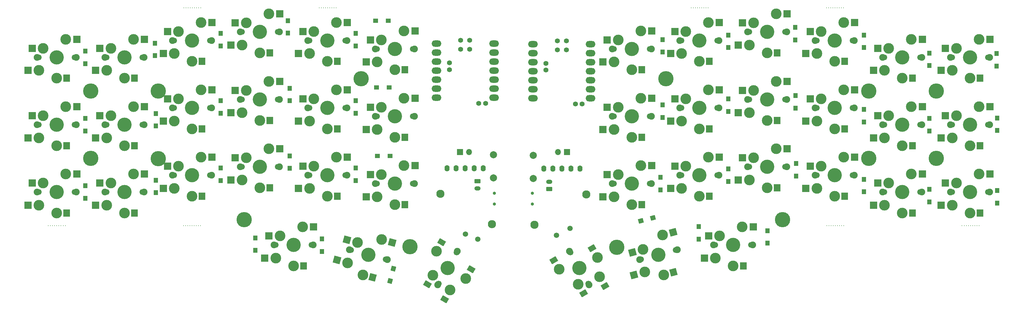
<source format=gbs>
G04 #@! TF.GenerationSoftware,KiCad,Pcbnew,(7.0.0-0)*
G04 #@! TF.CreationDate,2023-03-11T20:23:52-05:00*
G04 #@! TF.ProjectId,corne-ultralight,636f726e-652d-4756-9c74-72616c696768,2.0*
G04 #@! TF.SameCoordinates,Original*
G04 #@! TF.FileFunction,Soldermask,Bot*
G04 #@! TF.FilePolarity,Negative*
%FSLAX46Y46*%
G04 Gerber Fmt 4.6, Leading zero omitted, Abs format (unit mm)*
G04 Created by KiCad (PCBNEW (7.0.0-0)) date 2023-03-11 20:23:52*
%MOMM*%
%LPD*%
G01*
G04 APERTURE LIST*
G04 Aperture macros list*
%AMRoundRect*
0 Rectangle with rounded corners*
0 $1 Rounding radius*
0 $2 $3 $4 $5 $6 $7 $8 $9 X,Y pos of 4 corners*
0 Add a 4 corners polygon primitive as box body*
4,1,4,$2,$3,$4,$5,$6,$7,$8,$9,$2,$3,0*
0 Add four circle primitives for the rounded corners*
1,1,$1+$1,$2,$3*
1,1,$1+$1,$4,$5*
1,1,$1+$1,$6,$7*
1,1,$1+$1,$8,$9*
0 Add four rect primitives between the rounded corners*
20,1,$1+$1,$2,$3,$4,$5,0*
20,1,$1+$1,$4,$5,$6,$7,0*
20,1,$1+$1,$6,$7,$8,$9,0*
20,1,$1+$1,$8,$9,$2,$3,0*%
%AMRotRect*
0 Rectangle, with rotation*
0 The origin of the aperture is its center*
0 $1 length*
0 $2 width*
0 $3 Rotation angle, in degrees counterclockwise*
0 Add horizontal line*
21,1,$1,$2,0,0,$3*%
G04 Aperture macros list end*
%ADD10C,2.000000*%
%ADD11C,1.900000*%
%ADD12C,1.700000*%
%ADD13C,3.000000*%
%ADD14C,4.000000*%
%ADD15R,1.900000X2.000000*%
%ADD16R,2.000000X2.000000*%
%ADD17RotRect,1.900000X2.000000X195.000000*%
%ADD18RotRect,2.000000X2.000000X195.000000*%
%ADD19C,0.100000*%
%ADD20RotRect,1.500000X2.000000X240.000000*%
%ADD21RotRect,1.900000X2.000000X165.000000*%
%ADD22RotRect,2.000000X2.000000X165.000000*%
%ADD23C,2.300000*%
%ADD24RotRect,1.500000X2.000000X300.000000*%
%ADD25O,1.397000X1.778000*%
%ADD26C,0.300000*%
%ADD27C,0.900000*%
%ADD28O,2.750000X1.800000*%
%ADD29C,1.397000*%
%ADD30RoundRect,0.250000X0.625000X-0.350000X0.625000X0.350000X-0.625000X0.350000X-0.625000X-0.350000X0*%
%ADD31O,1.750000X1.200000*%
%ADD32R,1.700000X1.700000*%
%ADD33O,1.700000X1.700000*%
%ADD34RoundRect,0.250000X-0.625000X0.350000X-0.625000X-0.350000X0.625000X-0.350000X0.625000X0.350000X0*%
%ADD35R,1.300000X1.400000*%
%ADD36RotRect,1.400000X1.300000X15.000000*%
%ADD37RotRect,1.400000X1.300000X255.000000*%
%ADD38R,1.400000X1.300000*%
%ADD39C,4.300000*%
%ADD40C,1.500000*%
G04 APERTURE END LIST*
D10*
X156012500Y-80067432D03*
X156012500Y-73567432D03*
D11*
X273184847Y-45920432D03*
D12*
X273604847Y-45920432D03*
D13*
X273684847Y-49620432D03*
X274874847Y-43380432D03*
D14*
X278684847Y-45920432D03*
D13*
X278684847Y-51820432D03*
X281224847Y-40840432D03*
D12*
X283764847Y-45920432D03*
D11*
X284184847Y-45920432D03*
D15*
X281484846Y-51820431D03*
D16*
X284284846Y-40840431D03*
X270584846Y-49620431D03*
X271784846Y-43380431D03*
D11*
X254184847Y-45920432D03*
D12*
X254604847Y-45920432D03*
D13*
X254684847Y-49620432D03*
X255874847Y-43380432D03*
D14*
X259684847Y-45920432D03*
D13*
X259684847Y-51820432D03*
X262224847Y-40840432D03*
D12*
X264764847Y-45920432D03*
D11*
X265184847Y-45920432D03*
D15*
X262484846Y-51820431D03*
D16*
X265284846Y-40840431D03*
X251584846Y-49620431D03*
X252784846Y-43380431D03*
D11*
X235184847Y-41170432D03*
D12*
X235604847Y-41170432D03*
D13*
X235684847Y-44870432D03*
X236874847Y-38630432D03*
D14*
X240684847Y-41170432D03*
D13*
X240684847Y-47070432D03*
X243224847Y-36090432D03*
D12*
X245764847Y-41170432D03*
D11*
X246184847Y-41170432D03*
D15*
X243484846Y-47070431D03*
D16*
X246284846Y-36090431D03*
X232584846Y-44870431D03*
X233784846Y-38630431D03*
D11*
X216184847Y-38795432D03*
D12*
X216604847Y-38795432D03*
D13*
X216684847Y-42495432D03*
X217874847Y-36255432D03*
D14*
X221684847Y-38795432D03*
D13*
X221684847Y-44695432D03*
X224224847Y-33715432D03*
D12*
X226764847Y-38795432D03*
D11*
X227184847Y-38795432D03*
D15*
X224484846Y-44695431D03*
D16*
X227284846Y-33715431D03*
X213584846Y-42495431D03*
X214784846Y-36255431D03*
D11*
X197184847Y-41170432D03*
D12*
X197604847Y-41170432D03*
D13*
X197684847Y-44870432D03*
X198874847Y-38630432D03*
D14*
X202684847Y-41170432D03*
D13*
X202684847Y-47070432D03*
X205224847Y-36090432D03*
D12*
X207764847Y-41170432D03*
D11*
X208184847Y-41170432D03*
D15*
X205484846Y-47070431D03*
D16*
X208284846Y-36090431D03*
X194584846Y-44870431D03*
X195784846Y-38630431D03*
D11*
X178184847Y-43545432D03*
D12*
X178604847Y-43545432D03*
D13*
X178684847Y-47245432D03*
X179874847Y-41005432D03*
D14*
X183684847Y-43545432D03*
D13*
X183684847Y-49445432D03*
X186224847Y-38465432D03*
D12*
X188764847Y-43545432D03*
D11*
X189184847Y-43545432D03*
D15*
X186484846Y-49445431D03*
D16*
X189284846Y-38465431D03*
X175584846Y-47245431D03*
X176784846Y-41005431D03*
D11*
X273184847Y-64920432D03*
D12*
X273604847Y-64920432D03*
D13*
X273684847Y-68620432D03*
X274874847Y-62380432D03*
D14*
X278684847Y-64920432D03*
D13*
X278684847Y-70820432D03*
X281224847Y-59840432D03*
D12*
X283764847Y-64920432D03*
D11*
X284184847Y-64920432D03*
D15*
X281484846Y-70820431D03*
D16*
X284284846Y-59840431D03*
X270584846Y-68620431D03*
X271784846Y-62380431D03*
D11*
X254184847Y-64920432D03*
D12*
X254604847Y-64920432D03*
D13*
X254684847Y-68620432D03*
X255874847Y-62380432D03*
D14*
X259684847Y-64920432D03*
D13*
X259684847Y-70820432D03*
X262224847Y-59840432D03*
D12*
X264764847Y-64920432D03*
D11*
X265184847Y-64920432D03*
D15*
X262484846Y-70820431D03*
D16*
X265284846Y-59840431D03*
X251584846Y-68620431D03*
X252784846Y-62380431D03*
D11*
X235184847Y-60170432D03*
D12*
X235604847Y-60170432D03*
D13*
X235684847Y-63870432D03*
X236874847Y-57630432D03*
D14*
X240684847Y-60170432D03*
D13*
X240684847Y-66070432D03*
X243224847Y-55090432D03*
D12*
X245764847Y-60170432D03*
D11*
X246184847Y-60170432D03*
D15*
X243484846Y-66070431D03*
D16*
X246284846Y-55090431D03*
X232584846Y-63870431D03*
X233784846Y-57630431D03*
D11*
X216184847Y-57795432D03*
D12*
X216604847Y-57795432D03*
D13*
X216684847Y-61495432D03*
X217874847Y-55255432D03*
D14*
X221684847Y-57795432D03*
D13*
X221684847Y-63695432D03*
X224224847Y-52715432D03*
D12*
X226764847Y-57795432D03*
D11*
X227184847Y-57795432D03*
D15*
X224484846Y-63695431D03*
D16*
X227284846Y-52715431D03*
X213584846Y-61495431D03*
X214784846Y-55255431D03*
D11*
X197184847Y-60170432D03*
D12*
X197604847Y-60170432D03*
D13*
X197684847Y-63870432D03*
X198874847Y-57630432D03*
D14*
X202684847Y-60170432D03*
D13*
X202684847Y-66070432D03*
X205224847Y-55090432D03*
D12*
X207764847Y-60170432D03*
D11*
X208184847Y-60170432D03*
D15*
X205484846Y-66070431D03*
D16*
X208284846Y-55090431D03*
X194584846Y-63870431D03*
X195784846Y-57630431D03*
D11*
X178184847Y-62545432D03*
D12*
X178604847Y-62545432D03*
D13*
X178684847Y-66245432D03*
X179874847Y-60005432D03*
D14*
X183684847Y-62545432D03*
D13*
X183684847Y-68445432D03*
X186224847Y-57465432D03*
D12*
X188764847Y-62545432D03*
D11*
X189184847Y-62545432D03*
D15*
X186484846Y-68445431D03*
D16*
X189284846Y-57465431D03*
X175584846Y-66245431D03*
X176784846Y-60005431D03*
D11*
X273184847Y-83920432D03*
D12*
X273604847Y-83920432D03*
D13*
X273684847Y-87620432D03*
X274874847Y-81380432D03*
D14*
X278684847Y-83920432D03*
D13*
X278684847Y-89820432D03*
X281224847Y-78840432D03*
D12*
X283764847Y-83920432D03*
D11*
X284184847Y-83920432D03*
D15*
X281484846Y-89820431D03*
D16*
X284284846Y-78840431D03*
X270584846Y-87620431D03*
X271784846Y-81380431D03*
D11*
X254184847Y-83920432D03*
D12*
X254604847Y-83920432D03*
D13*
X254684847Y-87620432D03*
X255874847Y-81380432D03*
D14*
X259684847Y-83920432D03*
D13*
X259684847Y-89820432D03*
X262224847Y-78840432D03*
D12*
X264764847Y-83920432D03*
D11*
X265184847Y-83920432D03*
D15*
X262484846Y-89820431D03*
D16*
X265284846Y-78840431D03*
X251584846Y-87620431D03*
X252784846Y-81380431D03*
D11*
X235184847Y-79170432D03*
D12*
X235604847Y-79170432D03*
D13*
X235684847Y-82870432D03*
X236874847Y-76630432D03*
D14*
X240684847Y-79170432D03*
D13*
X240684847Y-85070432D03*
X243224847Y-74090432D03*
D12*
X245764847Y-79170432D03*
D11*
X246184847Y-79170432D03*
D15*
X243484846Y-85070431D03*
D16*
X246284846Y-74090431D03*
X232584846Y-82870431D03*
X233784846Y-76630431D03*
D11*
X216184847Y-76795432D03*
D12*
X216604847Y-76795432D03*
D13*
X216684847Y-80495432D03*
X217874847Y-74255432D03*
D14*
X221684847Y-76795432D03*
D13*
X221684847Y-82695432D03*
X224224847Y-71715432D03*
D12*
X226764847Y-76795432D03*
D11*
X227184847Y-76795432D03*
D15*
X224484846Y-82695431D03*
D16*
X227284846Y-71715431D03*
X213584846Y-80495431D03*
X214784846Y-74255431D03*
D11*
X197184847Y-79170432D03*
D12*
X197604847Y-79170432D03*
D13*
X197684847Y-82870432D03*
X198874847Y-76630432D03*
D14*
X202684847Y-79170432D03*
D13*
X202684847Y-85070432D03*
X205224847Y-74090432D03*
D12*
X207764847Y-79170432D03*
D11*
X208184847Y-79170432D03*
D15*
X205484846Y-85070431D03*
D16*
X208284846Y-74090431D03*
X194584846Y-82870431D03*
X195784846Y-76630431D03*
D11*
X206684847Y-98795432D03*
D12*
X207104847Y-98795432D03*
D13*
X207184847Y-102495432D03*
X208374847Y-96255432D03*
D14*
X212184847Y-98795432D03*
D13*
X212184847Y-104695432D03*
X214724847Y-93715432D03*
D12*
X217264847Y-98795432D03*
D11*
X217684847Y-98795432D03*
D15*
X214984846Y-104695431D03*
D16*
X217784846Y-93715431D03*
X204084846Y-102495431D03*
X205284846Y-96255431D03*
D11*
X185872255Y-102968937D03*
D12*
X186277944Y-102860233D03*
D13*
X187312848Y-106413453D03*
X186847269Y-100078081D03*
D14*
X191184847Y-101545432D03*
D13*
X192711879Y-107244394D03*
X192323498Y-95981128D03*
D12*
X196091750Y-100230631D03*
D11*
X196497439Y-100121927D03*
D17*
X195416471Y-106519700D03*
D18*
X195279230Y-95189141D03*
X184318477Y-107215791D03*
X183862557Y-100877831D03*
D11*
X178184847Y-81545432D03*
D12*
X178604847Y-81545432D03*
D13*
X178684847Y-85245432D03*
X179874847Y-79005432D03*
D14*
X183684847Y-81545432D03*
D13*
X183684847Y-87445432D03*
X186224847Y-76465432D03*
D12*
X188764847Y-81545432D03*
D11*
X189184847Y-81545432D03*
D15*
X186484846Y-87445431D03*
D16*
X189284846Y-76465431D03*
X175584846Y-85245431D03*
X176784846Y-79005431D03*
D11*
X111687500Y-43545000D03*
D12*
X112107500Y-43545000D03*
D13*
X112187500Y-47245000D03*
X113377500Y-41005000D03*
D14*
X117187500Y-43545000D03*
D13*
X117187500Y-49445000D03*
X119727500Y-38465000D03*
D12*
X122267500Y-43545000D03*
D11*
X122687500Y-43545000D03*
D15*
X119987499Y-49444999D03*
D16*
X122787499Y-38464999D03*
X109087499Y-47244999D03*
X110287499Y-41004999D03*
D11*
X92687500Y-41170000D03*
D12*
X93107500Y-41170000D03*
D13*
X93187500Y-44870000D03*
X94377500Y-38630000D03*
D14*
X98187500Y-41170000D03*
D13*
X98187500Y-47070000D03*
X100727500Y-36090000D03*
D12*
X103267500Y-41170000D03*
D11*
X103687500Y-41170000D03*
D15*
X100987499Y-47069999D03*
D16*
X103787499Y-36089999D03*
X90087499Y-44869999D03*
X91287499Y-38629999D03*
D11*
X73687500Y-38795000D03*
D12*
X74107500Y-38795000D03*
D13*
X74187500Y-42495000D03*
X75377500Y-36255000D03*
D14*
X79187500Y-38795000D03*
D13*
X79187500Y-44695000D03*
X81727500Y-33715000D03*
D12*
X84267500Y-38795000D03*
D11*
X84687500Y-38795000D03*
D15*
X81987499Y-44694999D03*
D16*
X84787499Y-33714999D03*
X71087499Y-42494999D03*
X72287499Y-36254999D03*
D11*
X54687500Y-41170000D03*
D12*
X55107500Y-41170000D03*
D13*
X55187500Y-44870000D03*
X56377500Y-38630000D03*
D14*
X60187500Y-41170000D03*
D13*
X60187500Y-47070000D03*
X62727500Y-36090000D03*
D12*
X65267500Y-41170000D03*
D11*
X65687500Y-41170000D03*
D15*
X62987499Y-47069999D03*
D16*
X65787499Y-36089999D03*
X52087499Y-44869999D03*
X53287499Y-38629999D03*
D11*
X35687500Y-45920000D03*
D12*
X36107500Y-45920000D03*
D13*
X36187500Y-49620000D03*
X37377500Y-43380000D03*
D14*
X41187500Y-45920000D03*
D13*
X41187500Y-51820000D03*
X43727500Y-40840000D03*
D12*
X46267500Y-45920000D03*
D11*
X46687500Y-45920000D03*
D15*
X43987499Y-51819999D03*
D16*
X46787499Y-40839999D03*
X33087499Y-49619999D03*
X34287499Y-43379999D03*
D11*
X111687500Y-81545000D03*
D12*
X112107500Y-81545000D03*
D13*
X112187500Y-85245000D03*
X113377500Y-79005000D03*
D14*
X117187500Y-81545000D03*
D13*
X117187500Y-87445000D03*
X119727500Y-76465000D03*
D12*
X122267500Y-81545000D03*
D11*
X122687500Y-81545000D03*
D15*
X119987499Y-87444999D03*
D16*
X122787499Y-76464999D03*
X109087499Y-85244999D03*
X110287499Y-79004999D03*
D13*
X128808091Y-100555295D03*
D19*
X127790654Y-107317547D03*
D13*
X127832795Y-107324557D03*
D11*
X134687500Y-100531860D03*
D12*
X134477500Y-100895591D03*
D14*
X131937500Y-105295000D03*
D12*
X129397500Y-109694409D03*
D11*
X129187500Y-110058140D03*
D13*
X132641794Y-111475127D03*
X137047050Y-108245000D03*
D20*
X130288090Y-97991859D03*
X138547049Y-105646923D03*
X126337794Y-109913972D03*
X131141793Y-114073202D03*
D11*
X16687500Y-83920000D03*
D12*
X17107500Y-83920000D03*
D13*
X17187500Y-87620000D03*
X18377500Y-81380000D03*
D14*
X22187500Y-83920000D03*
D13*
X22187500Y-89820000D03*
X24727500Y-78840000D03*
D12*
X27267500Y-83920000D03*
D11*
X27687500Y-83920000D03*
D15*
X24987499Y-89819999D03*
D16*
X27787499Y-78839999D03*
X14087499Y-87619999D03*
X15287499Y-81379999D03*
D11*
X104374908Y-100121495D03*
D12*
X104780597Y-100230199D03*
D13*
X103900240Y-103824830D03*
X106664723Y-98105448D03*
D14*
X109687500Y-101545000D03*
D13*
X108160468Y-107243962D03*
X113455752Y-97295497D03*
D12*
X114594403Y-102859801D03*
D11*
X115000092Y-102968505D03*
D21*
X110865059Y-107968655D03*
D22*
X116411484Y-98087482D03*
X100905869Y-103022490D03*
X103680011Y-97305696D03*
D11*
X83187500Y-98795000D03*
D12*
X83607500Y-98795000D03*
D13*
X83687500Y-102495000D03*
X84877500Y-96255000D03*
D14*
X88687500Y-98795000D03*
D13*
X88687500Y-104695000D03*
X91227500Y-93715000D03*
D12*
X93767500Y-98795000D03*
D11*
X94187500Y-98795000D03*
D15*
X91487499Y-104694999D03*
D16*
X94287499Y-93714999D03*
X80587499Y-102494999D03*
X81787499Y-96254999D03*
D11*
X92687500Y-79170000D03*
D12*
X93107500Y-79170000D03*
D13*
X93187500Y-82870000D03*
X94377500Y-76630000D03*
D14*
X98187500Y-79170000D03*
D13*
X98187500Y-85070000D03*
X100727500Y-74090000D03*
D12*
X103267500Y-79170000D03*
D11*
X103687500Y-79170000D03*
D15*
X100987499Y-85069999D03*
D16*
X103787499Y-74089999D03*
X90087499Y-82869999D03*
X91287499Y-76629999D03*
D11*
X73687500Y-76795000D03*
D12*
X74107500Y-76795000D03*
D13*
X74187500Y-80495000D03*
X75377500Y-74255000D03*
D14*
X79187500Y-76795000D03*
D13*
X79187500Y-82695000D03*
X81727500Y-71715000D03*
D12*
X84267500Y-76795000D03*
D11*
X84687500Y-76795000D03*
D15*
X81987499Y-82694999D03*
D16*
X84787499Y-71714999D03*
X71087499Y-80494999D03*
X72287499Y-74254999D03*
D11*
X54687500Y-79170000D03*
D12*
X55107500Y-79170000D03*
D13*
X55187500Y-82870000D03*
X56377500Y-76630000D03*
D14*
X60187500Y-79170000D03*
D13*
X60187500Y-85070000D03*
X62727500Y-74090000D03*
D12*
X65267500Y-79170000D03*
D11*
X65687500Y-79170000D03*
D15*
X62987499Y-85069999D03*
D16*
X65787499Y-74089999D03*
X52087499Y-82869999D03*
X53287499Y-76629999D03*
D11*
X35687500Y-83920000D03*
D12*
X36107500Y-83920000D03*
D13*
X36187500Y-87620000D03*
X37377500Y-81380000D03*
D14*
X41187500Y-83920000D03*
D13*
X41187500Y-89820000D03*
X43727500Y-78840000D03*
D12*
X46267500Y-83920000D03*
D11*
X46687500Y-83920000D03*
D15*
X43987499Y-89819999D03*
D16*
X46787499Y-78839999D03*
X33087499Y-87619999D03*
X34287499Y-81379999D03*
D11*
X111687500Y-62545000D03*
D12*
X112107500Y-62545000D03*
D13*
X112187500Y-66245000D03*
X113377500Y-60005000D03*
D14*
X117187500Y-62545000D03*
D13*
X117187500Y-68445000D03*
X119727500Y-57465000D03*
D12*
X122267500Y-62545000D03*
D11*
X122687500Y-62545000D03*
D15*
X119987499Y-68444999D03*
D16*
X122787499Y-57464999D03*
X109087499Y-66244999D03*
X110287499Y-60004999D03*
D11*
X92687500Y-60170000D03*
D12*
X93107500Y-60170000D03*
D13*
X93187500Y-63870000D03*
X94377500Y-57630000D03*
D14*
X98187500Y-60170000D03*
D13*
X98187500Y-66070000D03*
X100727500Y-55090000D03*
D12*
X103267500Y-60170000D03*
D11*
X103687500Y-60170000D03*
D15*
X100987499Y-66069999D03*
D16*
X103787499Y-55089999D03*
X90087499Y-63869999D03*
X91287499Y-57629999D03*
D11*
X73687500Y-57795000D03*
D12*
X74107500Y-57795000D03*
D13*
X74187500Y-61495000D03*
X75377500Y-55255000D03*
D14*
X79187500Y-57795000D03*
D13*
X79187500Y-63695000D03*
X81727500Y-52715000D03*
D12*
X84267500Y-57795000D03*
D11*
X84687500Y-57795000D03*
D15*
X81987499Y-63694999D03*
D16*
X84787499Y-52714999D03*
X71087499Y-61494999D03*
X72287499Y-55254999D03*
D11*
X54687500Y-60170000D03*
D12*
X55107500Y-60170000D03*
D13*
X55187500Y-63870000D03*
X56377500Y-57630000D03*
D14*
X60187500Y-60170000D03*
D13*
X60187500Y-66070000D03*
X62727500Y-55090000D03*
D12*
X65267500Y-60170000D03*
D11*
X65687500Y-60170000D03*
D15*
X62987499Y-66069999D03*
D16*
X65787499Y-55089999D03*
X52087499Y-63869999D03*
X53287499Y-57629999D03*
D11*
X35687500Y-64920000D03*
D12*
X36107500Y-64920000D03*
D13*
X36187500Y-68620000D03*
X37377500Y-62380000D03*
D14*
X41187500Y-64920000D03*
D13*
X41187500Y-70820000D03*
X43727500Y-59840000D03*
D12*
X46267500Y-64920000D03*
D11*
X46687500Y-64920000D03*
D15*
X43987499Y-70819999D03*
D16*
X46787499Y-59839999D03*
X33087499Y-68619999D03*
X34287499Y-62379999D03*
D11*
X16687500Y-64920000D03*
D12*
X17107500Y-64920000D03*
D13*
X17187500Y-68620000D03*
X18377500Y-62380000D03*
D14*
X22187500Y-64920000D03*
D13*
X22187500Y-70820000D03*
X24727500Y-59840000D03*
D12*
X27267500Y-64920000D03*
D11*
X27687500Y-64920000D03*
D15*
X24987499Y-70819999D03*
D16*
X27787499Y-59839999D03*
X14087499Y-68619999D03*
X15287499Y-62379999D03*
D11*
X16687500Y-45920000D03*
D12*
X17107500Y-45920000D03*
D13*
X17187500Y-49620000D03*
X18377500Y-43380000D03*
D14*
X22187500Y-45920000D03*
D13*
X22187500Y-51820000D03*
X24727500Y-40840000D03*
D12*
X27267500Y-45920000D03*
D11*
X27687500Y-45920000D03*
D15*
X24987499Y-51819999D03*
D16*
X27787499Y-40839999D03*
X14087499Y-49619999D03*
X15287499Y-43379999D03*
D23*
X156330847Y-93085432D03*
X170889847Y-84542432D03*
D13*
X163265438Y-105635727D03*
D19*
X168613001Y-109897979D03*
D13*
X168640142Y-109864989D03*
D11*
X166184847Y-100532292D03*
D12*
X166394847Y-100896023D03*
D14*
X168934847Y-105295432D03*
D12*
X171474847Y-109694841D03*
D11*
X171684847Y-110058572D03*
D13*
X174639141Y-107775559D03*
X174044397Y-102345432D03*
D24*
X161785437Y-103072291D03*
X172544396Y-99747355D03*
X170135141Y-112454404D03*
X176139140Y-110373634D03*
D25*
X131758499Y-77167999D03*
X134298499Y-77167999D03*
X136838499Y-77167999D03*
X139378499Y-77167999D03*
X141918499Y-77167999D03*
D10*
X144862500Y-79921000D03*
X144862500Y-73421000D03*
D26*
X19821250Y-93380000D03*
X20415000Y-93380000D03*
X21008750Y-93380000D03*
X21602500Y-93380000D03*
X22196250Y-93380000D03*
X22790000Y-93380000D03*
X23383750Y-93380000D03*
X23977500Y-93380000D03*
X24571250Y-93380000D03*
X57809500Y-93380000D03*
X58403250Y-93380000D03*
X58997000Y-93380000D03*
X59590750Y-93380000D03*
X60184500Y-93380000D03*
X60778250Y-93380000D03*
X61372000Y-93380000D03*
X61965750Y-93380000D03*
X62559500Y-93380000D03*
X57912500Y-31970000D03*
X58506250Y-31970000D03*
X59100000Y-31970000D03*
X59693750Y-31970000D03*
X60287500Y-31970000D03*
X60881250Y-31970000D03*
X61475000Y-31970000D03*
X62068750Y-31970000D03*
X62662500Y-31970000D03*
X95882500Y-31970000D03*
X96476250Y-31970000D03*
X97070000Y-31970000D03*
X97663750Y-31970000D03*
X98257500Y-31970000D03*
X98851250Y-31970000D03*
X99445000Y-31970000D03*
X100038750Y-31970000D03*
X100632500Y-31970000D03*
X200402500Y-31980000D03*
X200996250Y-31980000D03*
X201590000Y-31980000D03*
X202183750Y-31980000D03*
X202777500Y-31980000D03*
X203371250Y-31980000D03*
X203965000Y-31980000D03*
X204558750Y-31980000D03*
X205152500Y-31980000D03*
X238422500Y-31970000D03*
X239016250Y-31970000D03*
X239610000Y-31970000D03*
X240203750Y-31970000D03*
X240797500Y-31970000D03*
X241391250Y-31970000D03*
X241985000Y-31970000D03*
X242578750Y-31970000D03*
X243172500Y-31970000D03*
X276452500Y-93390000D03*
X277046250Y-93390000D03*
X277640000Y-93390000D03*
X278233750Y-93390000D03*
X278827500Y-93390000D03*
X279421250Y-93390000D03*
X280015000Y-93390000D03*
X280608750Y-93390000D03*
X281202500Y-93390000D03*
X238452500Y-93390000D03*
X239046250Y-93390000D03*
X239640000Y-93390000D03*
X240233750Y-93390000D03*
X240827500Y-93390000D03*
X241421250Y-93390000D03*
X242015000Y-93390000D03*
X242608750Y-93390000D03*
X243202500Y-93390000D03*
D25*
X158987499Y-77309999D03*
X161527499Y-77309999D03*
X164067499Y-77309999D03*
X166607499Y-77309999D03*
X169147499Y-77309999D03*
D27*
X155802500Y-84245000D03*
X155802500Y-87245000D03*
D28*
X128798899Y-42085399D03*
X128798899Y-44625399D03*
X128798899Y-47165399D03*
X128798899Y-49705399D03*
X128798899Y-52245399D03*
X128798899Y-54785399D03*
X128798899Y-57325399D03*
X144988899Y-57325399D03*
X144988899Y-54785399D03*
X144988899Y-52245399D03*
X144988899Y-49705399D03*
X144988899Y-47165399D03*
X144988899Y-44625399D03*
X144988899Y-42085399D03*
D29*
X135623900Y-41133400D03*
X138163900Y-41133400D03*
X135623900Y-43673400D03*
X138163900Y-43673400D03*
X132448900Y-49388400D03*
X132448900Y-47483400D03*
X140703900Y-58913400D03*
X142608900Y-58913400D03*
D28*
X155951499Y-42212399D03*
X155951499Y-44752399D03*
X155951499Y-47292399D03*
X155951499Y-49832399D03*
X155951499Y-52372399D03*
X155951499Y-54912399D03*
X155951499Y-57452399D03*
X172141499Y-57452399D03*
X172141499Y-54912399D03*
X172141499Y-52372399D03*
X172141499Y-49832399D03*
X172141499Y-47292399D03*
X172141499Y-44752399D03*
X172141499Y-42212399D03*
D29*
X162776500Y-41260400D03*
X165316500Y-41260400D03*
X162776500Y-43800400D03*
X165316500Y-43800400D03*
X159601500Y-49515400D03*
X159601500Y-47610400D03*
X167856500Y-59040400D03*
X169761500Y-59040400D03*
D30*
X160537500Y-83045000D03*
D31*
X160537499Y-81044999D03*
D32*
X165512499Y-72594999D03*
D33*
X162972499Y-72594999D03*
D32*
X135472499Y-72594999D03*
D33*
X138012499Y-72594999D03*
D27*
X145117500Y-87245000D03*
X145117500Y-84245000D03*
D34*
X140387500Y-80845000D03*
D31*
X140387499Y-82844999D03*
D35*
X286347499Y-87014999D03*
X286347499Y-83464999D03*
X248882499Y-83839999D03*
X248882499Y-80289999D03*
X229832499Y-79394999D03*
X229832499Y-75844999D03*
X210782499Y-80945431D03*
X210782499Y-77395431D03*
X191732499Y-83320431D03*
X191732499Y-79770431D03*
X221831499Y-98317999D03*
X221831499Y-94767999D03*
X202527499Y-97174999D03*
X202527499Y-93624999D03*
D36*
X189637017Y-91130595D03*
X186207981Y-92049403D03*
D35*
X286184846Y-48395431D03*
X286184846Y-44845431D03*
X267297499Y-48279999D03*
X267297499Y-44729999D03*
X248882499Y-43199999D03*
X248882499Y-39649999D03*
X229582499Y-41044999D03*
X229582499Y-37494999D03*
X210782499Y-43199999D03*
X210782499Y-39649999D03*
X192367499Y-44469999D03*
X192367499Y-40919999D03*
X286347499Y-66564999D03*
X286347499Y-63014999D03*
X267297499Y-66684999D03*
X267297499Y-63134999D03*
X248882499Y-64154999D03*
X248882499Y-60604999D03*
X229697499Y-60270431D03*
X229697499Y-56720431D03*
X210782499Y-61215431D03*
X210782499Y-57665431D03*
X50000499Y-84093999D03*
X50000499Y-80543999D03*
X50000499Y-65297999D03*
X50000499Y-61747999D03*
X49746499Y-45485999D03*
X49746499Y-41935999D03*
X192367499Y-62884999D03*
X192367499Y-59334999D03*
D37*
X115835095Y-108925517D03*
X116753903Y-105496481D03*
D35*
X96687499Y-100679999D03*
X96687499Y-97129999D03*
X77940499Y-100349999D03*
X77940499Y-96799999D03*
D38*
X115783499Y-73682999D03*
X112233499Y-73682999D03*
D35*
X106187499Y-80694999D03*
X106187499Y-77144999D03*
X87592499Y-77235999D03*
X87592499Y-73685999D03*
X68187499Y-80694999D03*
X68187499Y-77144999D03*
X30187499Y-85691874D03*
X30187499Y-82141874D03*
D38*
X115529499Y-54378999D03*
X111979499Y-54378999D03*
D35*
X106187499Y-61694999D03*
X106187499Y-58144999D03*
X87592499Y-58185999D03*
X87592499Y-54635999D03*
X68187499Y-61694999D03*
X68187499Y-58144999D03*
X30187499Y-66691874D03*
X30187499Y-63141874D03*
D38*
X115275499Y-35582999D03*
X111725499Y-35582999D03*
D35*
X106187499Y-42694999D03*
X106187499Y-39144999D03*
X87084499Y-39135999D03*
X87084499Y-35585999D03*
X68187499Y-42694999D03*
X68187499Y-39144999D03*
X30187499Y-47691874D03*
X30187499Y-44141874D03*
X267297499Y-86684999D03*
X267297499Y-83134999D03*
D39*
X31695500Y-74420500D03*
X107650500Y-51930500D03*
X31695500Y-55420500D03*
X74839500Y-91685500D03*
X121405500Y-99300000D03*
D23*
X129944500Y-84419000D03*
X144376500Y-92940000D03*
D39*
X193235847Y-51936932D03*
X179485847Y-99446932D03*
X226055847Y-91696932D03*
X269195847Y-55426932D03*
X269195847Y-74426932D03*
X50712500Y-74445000D03*
X50712500Y-55445000D03*
X250212500Y-74426932D03*
X250212500Y-55426932D03*
D40*
X140399100Y-97178000D03*
X162522500Y-96035000D03*
X166332500Y-94130000D03*
X136944700Y-95755600D03*
M02*

</source>
